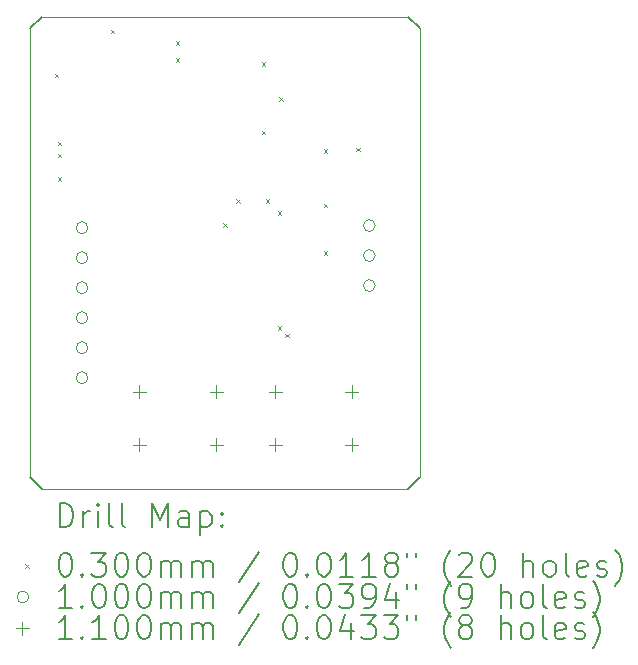
<source format=gbr>
%TF.GenerationSoftware,KiCad,Pcbnew,8.0.0*%
%TF.CreationDate,2024-05-28T16:54:52+09:00*%
%TF.ProjectId,TINY202_PROG.kicad_240516_single2_pcb,54494e59-3230-4325-9f50-524f472e6b69,rev?*%
%TF.SameCoordinates,Original*%
%TF.FileFunction,Drillmap*%
%TF.FilePolarity,Positive*%
%FSLAX45Y45*%
G04 Gerber Fmt 4.5, Leading zero omitted, Abs format (unit mm)*
G04 Created by KiCad (PCBNEW 8.0.0) date 2024-05-28 16:54:52*
%MOMM*%
%LPD*%
G01*
G04 APERTURE LIST*
%ADD10C,0.200000*%
%ADD11C,0.050000*%
%ADD12C,0.100000*%
%ADD13C,0.110000*%
G04 APERTURE END LIST*
D10*
X13200000Y-10000000D02*
X13300000Y-10100000D01*
X10000000Y-13900000D02*
X10100000Y-14000000D01*
D11*
X10100000Y-14000000D02*
X13200000Y-14000000D01*
X13300000Y-10100000D02*
X13300000Y-13900000D01*
X10100000Y-10000000D02*
X13200000Y-10000000D01*
D10*
X10000000Y-10100000D02*
X10100000Y-10000000D01*
D11*
X10000000Y-10100000D02*
X10000000Y-13900000D01*
D10*
X13300000Y-13900000D02*
X13200000Y-14000000D01*
D12*
X10210000Y-10485000D02*
X10240000Y-10515000D01*
X10240000Y-10485000D02*
X10210000Y-10515000D01*
X10235000Y-11060000D02*
X10265000Y-11090000D01*
X10265000Y-11060000D02*
X10235000Y-11090000D01*
X10235000Y-11160000D02*
X10265000Y-11190000D01*
X10265000Y-11160000D02*
X10235000Y-11190000D01*
X10235000Y-11360000D02*
X10265000Y-11390000D01*
X10265000Y-11360000D02*
X10235000Y-11390000D01*
X10685000Y-10110000D02*
X10715000Y-10140000D01*
X10715000Y-10110000D02*
X10685000Y-10140000D01*
X11235000Y-10210000D02*
X11265000Y-10240000D01*
X11265000Y-10210000D02*
X11235000Y-10240000D01*
X11235000Y-10352500D02*
X11265000Y-10382500D01*
X11265000Y-10352500D02*
X11235000Y-10382500D01*
X11635000Y-11748750D02*
X11665000Y-11778750D01*
X11665000Y-11748750D02*
X11635000Y-11778750D01*
X11745000Y-11545000D02*
X11775000Y-11575000D01*
X11775000Y-11545000D02*
X11745000Y-11575000D01*
X11960000Y-10385000D02*
X11990000Y-10415000D01*
X11990000Y-10385000D02*
X11960000Y-10415000D01*
X11960000Y-10965000D02*
X11990000Y-10995000D01*
X11990000Y-10965000D02*
X11960000Y-10995000D01*
X11995000Y-11545000D02*
X12025000Y-11575000D01*
X12025000Y-11545000D02*
X11995000Y-11575000D01*
X12097500Y-11647500D02*
X12127500Y-11677500D01*
X12127500Y-11647500D02*
X12097500Y-11677500D01*
X12097500Y-12622500D02*
X12127500Y-12652500D01*
X12127500Y-12622500D02*
X12097500Y-12652500D01*
X12110000Y-10685000D02*
X12140000Y-10715000D01*
X12140000Y-10685000D02*
X12110000Y-10715000D01*
X12160000Y-12685000D02*
X12190000Y-12715000D01*
X12190000Y-12685000D02*
X12160000Y-12715000D01*
X12485000Y-11125000D02*
X12515000Y-11155000D01*
X12515000Y-11125000D02*
X12485000Y-11155000D01*
X12485000Y-11585000D02*
X12515000Y-11615000D01*
X12515000Y-11585000D02*
X12485000Y-11615000D01*
X12485000Y-11985000D02*
X12515000Y-12015000D01*
X12515000Y-11985000D02*
X12485000Y-12015000D01*
X12760000Y-11110000D02*
X12790000Y-11140000D01*
X12790000Y-11110000D02*
X12760000Y-11140000D01*
X10490000Y-11787500D02*
G75*
G02*
X10390000Y-11787500I-50000J0D01*
G01*
X10390000Y-11787500D02*
G75*
G02*
X10490000Y-11787500I50000J0D01*
G01*
X10490000Y-12041500D02*
G75*
G02*
X10390000Y-12041500I-50000J0D01*
G01*
X10390000Y-12041500D02*
G75*
G02*
X10490000Y-12041500I50000J0D01*
G01*
X10490000Y-12295500D02*
G75*
G02*
X10390000Y-12295500I-50000J0D01*
G01*
X10390000Y-12295500D02*
G75*
G02*
X10490000Y-12295500I50000J0D01*
G01*
X10490000Y-12549500D02*
G75*
G02*
X10390000Y-12549500I-50000J0D01*
G01*
X10390000Y-12549500D02*
G75*
G02*
X10490000Y-12549500I50000J0D01*
G01*
X10490000Y-12803500D02*
G75*
G02*
X10390000Y-12803500I-50000J0D01*
G01*
X10390000Y-12803500D02*
G75*
G02*
X10490000Y-12803500I50000J0D01*
G01*
X10490000Y-13057500D02*
G75*
G02*
X10390000Y-13057500I-50000J0D01*
G01*
X10390000Y-13057500D02*
G75*
G02*
X10490000Y-13057500I50000J0D01*
G01*
X12922500Y-11769500D02*
G75*
G02*
X12822500Y-11769500I-50000J0D01*
G01*
X12822500Y-11769500D02*
G75*
G02*
X12922500Y-11769500I50000J0D01*
G01*
X12922500Y-12023500D02*
G75*
G02*
X12822500Y-12023500I-50000J0D01*
G01*
X12822500Y-12023500D02*
G75*
G02*
X12922500Y-12023500I50000J0D01*
G01*
X12922500Y-12277500D02*
G75*
G02*
X12822500Y-12277500I-50000J0D01*
G01*
X12822500Y-12277500D02*
G75*
G02*
X12922500Y-12277500I50000J0D01*
G01*
D13*
X10925000Y-13120000D02*
X10925000Y-13230000D01*
X10870000Y-13175000D02*
X10980000Y-13175000D01*
X10925000Y-13570000D02*
X10925000Y-13680000D01*
X10870000Y-13625000D02*
X10980000Y-13625000D01*
X11575000Y-13120000D02*
X11575000Y-13230000D01*
X11520000Y-13175000D02*
X11630000Y-13175000D01*
X11575000Y-13570000D02*
X11575000Y-13680000D01*
X11520000Y-13625000D02*
X11630000Y-13625000D01*
X12075000Y-13120000D02*
X12075000Y-13230000D01*
X12020000Y-13175000D02*
X12130000Y-13175000D01*
X12075000Y-13570000D02*
X12075000Y-13680000D01*
X12020000Y-13625000D02*
X12130000Y-13625000D01*
X12725000Y-13120000D02*
X12725000Y-13230000D01*
X12670000Y-13175000D02*
X12780000Y-13175000D01*
X12725000Y-13570000D02*
X12725000Y-13680000D01*
X12670000Y-13625000D02*
X12780000Y-13625000D01*
D10*
X10250777Y-14321484D02*
X10250777Y-14121484D01*
X10250777Y-14121484D02*
X10298396Y-14121484D01*
X10298396Y-14121484D02*
X10326967Y-14131008D01*
X10326967Y-14131008D02*
X10346015Y-14150055D01*
X10346015Y-14150055D02*
X10355539Y-14169103D01*
X10355539Y-14169103D02*
X10365063Y-14207198D01*
X10365063Y-14207198D02*
X10365063Y-14235769D01*
X10365063Y-14235769D02*
X10355539Y-14273865D01*
X10355539Y-14273865D02*
X10346015Y-14292912D01*
X10346015Y-14292912D02*
X10326967Y-14311960D01*
X10326967Y-14311960D02*
X10298396Y-14321484D01*
X10298396Y-14321484D02*
X10250777Y-14321484D01*
X10450777Y-14321484D02*
X10450777Y-14188150D01*
X10450777Y-14226246D02*
X10460301Y-14207198D01*
X10460301Y-14207198D02*
X10469824Y-14197674D01*
X10469824Y-14197674D02*
X10488872Y-14188150D01*
X10488872Y-14188150D02*
X10507920Y-14188150D01*
X10574586Y-14321484D02*
X10574586Y-14188150D01*
X10574586Y-14121484D02*
X10565063Y-14131008D01*
X10565063Y-14131008D02*
X10574586Y-14140531D01*
X10574586Y-14140531D02*
X10584110Y-14131008D01*
X10584110Y-14131008D02*
X10574586Y-14121484D01*
X10574586Y-14121484D02*
X10574586Y-14140531D01*
X10698396Y-14321484D02*
X10679348Y-14311960D01*
X10679348Y-14311960D02*
X10669824Y-14292912D01*
X10669824Y-14292912D02*
X10669824Y-14121484D01*
X10803158Y-14321484D02*
X10784110Y-14311960D01*
X10784110Y-14311960D02*
X10774586Y-14292912D01*
X10774586Y-14292912D02*
X10774586Y-14121484D01*
X11031729Y-14321484D02*
X11031729Y-14121484D01*
X11031729Y-14121484D02*
X11098396Y-14264341D01*
X11098396Y-14264341D02*
X11165063Y-14121484D01*
X11165063Y-14121484D02*
X11165063Y-14321484D01*
X11346015Y-14321484D02*
X11346015Y-14216722D01*
X11346015Y-14216722D02*
X11336491Y-14197674D01*
X11336491Y-14197674D02*
X11317443Y-14188150D01*
X11317443Y-14188150D02*
X11279348Y-14188150D01*
X11279348Y-14188150D02*
X11260301Y-14197674D01*
X11346015Y-14311960D02*
X11326967Y-14321484D01*
X11326967Y-14321484D02*
X11279348Y-14321484D01*
X11279348Y-14321484D02*
X11260301Y-14311960D01*
X11260301Y-14311960D02*
X11250777Y-14292912D01*
X11250777Y-14292912D02*
X11250777Y-14273865D01*
X11250777Y-14273865D02*
X11260301Y-14254817D01*
X11260301Y-14254817D02*
X11279348Y-14245293D01*
X11279348Y-14245293D02*
X11326967Y-14245293D01*
X11326967Y-14245293D02*
X11346015Y-14235769D01*
X11441253Y-14188150D02*
X11441253Y-14388150D01*
X11441253Y-14197674D02*
X11460301Y-14188150D01*
X11460301Y-14188150D02*
X11498396Y-14188150D01*
X11498396Y-14188150D02*
X11517443Y-14197674D01*
X11517443Y-14197674D02*
X11526967Y-14207198D01*
X11526967Y-14207198D02*
X11536491Y-14226246D01*
X11536491Y-14226246D02*
X11536491Y-14283388D01*
X11536491Y-14283388D02*
X11526967Y-14302436D01*
X11526967Y-14302436D02*
X11517443Y-14311960D01*
X11517443Y-14311960D02*
X11498396Y-14321484D01*
X11498396Y-14321484D02*
X11460301Y-14321484D01*
X11460301Y-14321484D02*
X11441253Y-14311960D01*
X11622205Y-14302436D02*
X11631729Y-14311960D01*
X11631729Y-14311960D02*
X11622205Y-14321484D01*
X11622205Y-14321484D02*
X11612682Y-14311960D01*
X11612682Y-14311960D02*
X11622205Y-14302436D01*
X11622205Y-14302436D02*
X11622205Y-14321484D01*
X11622205Y-14197674D02*
X11631729Y-14207198D01*
X11631729Y-14207198D02*
X11622205Y-14216722D01*
X11622205Y-14216722D02*
X11612682Y-14207198D01*
X11612682Y-14207198D02*
X11622205Y-14197674D01*
X11622205Y-14197674D02*
X11622205Y-14216722D01*
D12*
X9960000Y-14635000D02*
X9990000Y-14665000D01*
X9990000Y-14635000D02*
X9960000Y-14665000D01*
D10*
X10288872Y-14541484D02*
X10307920Y-14541484D01*
X10307920Y-14541484D02*
X10326967Y-14551008D01*
X10326967Y-14551008D02*
X10336491Y-14560531D01*
X10336491Y-14560531D02*
X10346015Y-14579579D01*
X10346015Y-14579579D02*
X10355539Y-14617674D01*
X10355539Y-14617674D02*
X10355539Y-14665293D01*
X10355539Y-14665293D02*
X10346015Y-14703388D01*
X10346015Y-14703388D02*
X10336491Y-14722436D01*
X10336491Y-14722436D02*
X10326967Y-14731960D01*
X10326967Y-14731960D02*
X10307920Y-14741484D01*
X10307920Y-14741484D02*
X10288872Y-14741484D01*
X10288872Y-14741484D02*
X10269824Y-14731960D01*
X10269824Y-14731960D02*
X10260301Y-14722436D01*
X10260301Y-14722436D02*
X10250777Y-14703388D01*
X10250777Y-14703388D02*
X10241253Y-14665293D01*
X10241253Y-14665293D02*
X10241253Y-14617674D01*
X10241253Y-14617674D02*
X10250777Y-14579579D01*
X10250777Y-14579579D02*
X10260301Y-14560531D01*
X10260301Y-14560531D02*
X10269824Y-14551008D01*
X10269824Y-14551008D02*
X10288872Y-14541484D01*
X10441253Y-14722436D02*
X10450777Y-14731960D01*
X10450777Y-14731960D02*
X10441253Y-14741484D01*
X10441253Y-14741484D02*
X10431729Y-14731960D01*
X10431729Y-14731960D02*
X10441253Y-14722436D01*
X10441253Y-14722436D02*
X10441253Y-14741484D01*
X10517444Y-14541484D02*
X10641253Y-14541484D01*
X10641253Y-14541484D02*
X10574586Y-14617674D01*
X10574586Y-14617674D02*
X10603158Y-14617674D01*
X10603158Y-14617674D02*
X10622205Y-14627198D01*
X10622205Y-14627198D02*
X10631729Y-14636722D01*
X10631729Y-14636722D02*
X10641253Y-14655769D01*
X10641253Y-14655769D02*
X10641253Y-14703388D01*
X10641253Y-14703388D02*
X10631729Y-14722436D01*
X10631729Y-14722436D02*
X10622205Y-14731960D01*
X10622205Y-14731960D02*
X10603158Y-14741484D01*
X10603158Y-14741484D02*
X10546015Y-14741484D01*
X10546015Y-14741484D02*
X10526967Y-14731960D01*
X10526967Y-14731960D02*
X10517444Y-14722436D01*
X10765063Y-14541484D02*
X10784110Y-14541484D01*
X10784110Y-14541484D02*
X10803158Y-14551008D01*
X10803158Y-14551008D02*
X10812682Y-14560531D01*
X10812682Y-14560531D02*
X10822205Y-14579579D01*
X10822205Y-14579579D02*
X10831729Y-14617674D01*
X10831729Y-14617674D02*
X10831729Y-14665293D01*
X10831729Y-14665293D02*
X10822205Y-14703388D01*
X10822205Y-14703388D02*
X10812682Y-14722436D01*
X10812682Y-14722436D02*
X10803158Y-14731960D01*
X10803158Y-14731960D02*
X10784110Y-14741484D01*
X10784110Y-14741484D02*
X10765063Y-14741484D01*
X10765063Y-14741484D02*
X10746015Y-14731960D01*
X10746015Y-14731960D02*
X10736491Y-14722436D01*
X10736491Y-14722436D02*
X10726967Y-14703388D01*
X10726967Y-14703388D02*
X10717444Y-14665293D01*
X10717444Y-14665293D02*
X10717444Y-14617674D01*
X10717444Y-14617674D02*
X10726967Y-14579579D01*
X10726967Y-14579579D02*
X10736491Y-14560531D01*
X10736491Y-14560531D02*
X10746015Y-14551008D01*
X10746015Y-14551008D02*
X10765063Y-14541484D01*
X10955539Y-14541484D02*
X10974586Y-14541484D01*
X10974586Y-14541484D02*
X10993634Y-14551008D01*
X10993634Y-14551008D02*
X11003158Y-14560531D01*
X11003158Y-14560531D02*
X11012682Y-14579579D01*
X11012682Y-14579579D02*
X11022205Y-14617674D01*
X11022205Y-14617674D02*
X11022205Y-14665293D01*
X11022205Y-14665293D02*
X11012682Y-14703388D01*
X11012682Y-14703388D02*
X11003158Y-14722436D01*
X11003158Y-14722436D02*
X10993634Y-14731960D01*
X10993634Y-14731960D02*
X10974586Y-14741484D01*
X10974586Y-14741484D02*
X10955539Y-14741484D01*
X10955539Y-14741484D02*
X10936491Y-14731960D01*
X10936491Y-14731960D02*
X10926967Y-14722436D01*
X10926967Y-14722436D02*
X10917444Y-14703388D01*
X10917444Y-14703388D02*
X10907920Y-14665293D01*
X10907920Y-14665293D02*
X10907920Y-14617674D01*
X10907920Y-14617674D02*
X10917444Y-14579579D01*
X10917444Y-14579579D02*
X10926967Y-14560531D01*
X10926967Y-14560531D02*
X10936491Y-14551008D01*
X10936491Y-14551008D02*
X10955539Y-14541484D01*
X11107920Y-14741484D02*
X11107920Y-14608150D01*
X11107920Y-14627198D02*
X11117444Y-14617674D01*
X11117444Y-14617674D02*
X11136491Y-14608150D01*
X11136491Y-14608150D02*
X11165063Y-14608150D01*
X11165063Y-14608150D02*
X11184110Y-14617674D01*
X11184110Y-14617674D02*
X11193634Y-14636722D01*
X11193634Y-14636722D02*
X11193634Y-14741484D01*
X11193634Y-14636722D02*
X11203158Y-14617674D01*
X11203158Y-14617674D02*
X11222205Y-14608150D01*
X11222205Y-14608150D02*
X11250777Y-14608150D01*
X11250777Y-14608150D02*
X11269824Y-14617674D01*
X11269824Y-14617674D02*
X11279348Y-14636722D01*
X11279348Y-14636722D02*
X11279348Y-14741484D01*
X11374586Y-14741484D02*
X11374586Y-14608150D01*
X11374586Y-14627198D02*
X11384110Y-14617674D01*
X11384110Y-14617674D02*
X11403158Y-14608150D01*
X11403158Y-14608150D02*
X11431729Y-14608150D01*
X11431729Y-14608150D02*
X11450777Y-14617674D01*
X11450777Y-14617674D02*
X11460301Y-14636722D01*
X11460301Y-14636722D02*
X11460301Y-14741484D01*
X11460301Y-14636722D02*
X11469824Y-14617674D01*
X11469824Y-14617674D02*
X11488872Y-14608150D01*
X11488872Y-14608150D02*
X11517443Y-14608150D01*
X11517443Y-14608150D02*
X11536491Y-14617674D01*
X11536491Y-14617674D02*
X11546015Y-14636722D01*
X11546015Y-14636722D02*
X11546015Y-14741484D01*
X11936491Y-14531960D02*
X11765063Y-14789103D01*
X12193634Y-14541484D02*
X12212682Y-14541484D01*
X12212682Y-14541484D02*
X12231729Y-14551008D01*
X12231729Y-14551008D02*
X12241253Y-14560531D01*
X12241253Y-14560531D02*
X12250777Y-14579579D01*
X12250777Y-14579579D02*
X12260301Y-14617674D01*
X12260301Y-14617674D02*
X12260301Y-14665293D01*
X12260301Y-14665293D02*
X12250777Y-14703388D01*
X12250777Y-14703388D02*
X12241253Y-14722436D01*
X12241253Y-14722436D02*
X12231729Y-14731960D01*
X12231729Y-14731960D02*
X12212682Y-14741484D01*
X12212682Y-14741484D02*
X12193634Y-14741484D01*
X12193634Y-14741484D02*
X12174586Y-14731960D01*
X12174586Y-14731960D02*
X12165063Y-14722436D01*
X12165063Y-14722436D02*
X12155539Y-14703388D01*
X12155539Y-14703388D02*
X12146015Y-14665293D01*
X12146015Y-14665293D02*
X12146015Y-14617674D01*
X12146015Y-14617674D02*
X12155539Y-14579579D01*
X12155539Y-14579579D02*
X12165063Y-14560531D01*
X12165063Y-14560531D02*
X12174586Y-14551008D01*
X12174586Y-14551008D02*
X12193634Y-14541484D01*
X12346015Y-14722436D02*
X12355539Y-14731960D01*
X12355539Y-14731960D02*
X12346015Y-14741484D01*
X12346015Y-14741484D02*
X12336491Y-14731960D01*
X12336491Y-14731960D02*
X12346015Y-14722436D01*
X12346015Y-14722436D02*
X12346015Y-14741484D01*
X12479348Y-14541484D02*
X12498396Y-14541484D01*
X12498396Y-14541484D02*
X12517444Y-14551008D01*
X12517444Y-14551008D02*
X12526967Y-14560531D01*
X12526967Y-14560531D02*
X12536491Y-14579579D01*
X12536491Y-14579579D02*
X12546015Y-14617674D01*
X12546015Y-14617674D02*
X12546015Y-14665293D01*
X12546015Y-14665293D02*
X12536491Y-14703388D01*
X12536491Y-14703388D02*
X12526967Y-14722436D01*
X12526967Y-14722436D02*
X12517444Y-14731960D01*
X12517444Y-14731960D02*
X12498396Y-14741484D01*
X12498396Y-14741484D02*
X12479348Y-14741484D01*
X12479348Y-14741484D02*
X12460301Y-14731960D01*
X12460301Y-14731960D02*
X12450777Y-14722436D01*
X12450777Y-14722436D02*
X12441253Y-14703388D01*
X12441253Y-14703388D02*
X12431729Y-14665293D01*
X12431729Y-14665293D02*
X12431729Y-14617674D01*
X12431729Y-14617674D02*
X12441253Y-14579579D01*
X12441253Y-14579579D02*
X12450777Y-14560531D01*
X12450777Y-14560531D02*
X12460301Y-14551008D01*
X12460301Y-14551008D02*
X12479348Y-14541484D01*
X12736491Y-14741484D02*
X12622206Y-14741484D01*
X12679348Y-14741484D02*
X12679348Y-14541484D01*
X12679348Y-14541484D02*
X12660301Y-14570055D01*
X12660301Y-14570055D02*
X12641253Y-14589103D01*
X12641253Y-14589103D02*
X12622206Y-14598627D01*
X12926967Y-14741484D02*
X12812682Y-14741484D01*
X12869825Y-14741484D02*
X12869825Y-14541484D01*
X12869825Y-14541484D02*
X12850777Y-14570055D01*
X12850777Y-14570055D02*
X12831729Y-14589103D01*
X12831729Y-14589103D02*
X12812682Y-14598627D01*
X13041253Y-14627198D02*
X13022206Y-14617674D01*
X13022206Y-14617674D02*
X13012682Y-14608150D01*
X13012682Y-14608150D02*
X13003158Y-14589103D01*
X13003158Y-14589103D02*
X13003158Y-14579579D01*
X13003158Y-14579579D02*
X13012682Y-14560531D01*
X13012682Y-14560531D02*
X13022206Y-14551008D01*
X13022206Y-14551008D02*
X13041253Y-14541484D01*
X13041253Y-14541484D02*
X13079348Y-14541484D01*
X13079348Y-14541484D02*
X13098396Y-14551008D01*
X13098396Y-14551008D02*
X13107920Y-14560531D01*
X13107920Y-14560531D02*
X13117444Y-14579579D01*
X13117444Y-14579579D02*
X13117444Y-14589103D01*
X13117444Y-14589103D02*
X13107920Y-14608150D01*
X13107920Y-14608150D02*
X13098396Y-14617674D01*
X13098396Y-14617674D02*
X13079348Y-14627198D01*
X13079348Y-14627198D02*
X13041253Y-14627198D01*
X13041253Y-14627198D02*
X13022206Y-14636722D01*
X13022206Y-14636722D02*
X13012682Y-14646246D01*
X13012682Y-14646246D02*
X13003158Y-14665293D01*
X13003158Y-14665293D02*
X13003158Y-14703388D01*
X13003158Y-14703388D02*
X13012682Y-14722436D01*
X13012682Y-14722436D02*
X13022206Y-14731960D01*
X13022206Y-14731960D02*
X13041253Y-14741484D01*
X13041253Y-14741484D02*
X13079348Y-14741484D01*
X13079348Y-14741484D02*
X13098396Y-14731960D01*
X13098396Y-14731960D02*
X13107920Y-14722436D01*
X13107920Y-14722436D02*
X13117444Y-14703388D01*
X13117444Y-14703388D02*
X13117444Y-14665293D01*
X13117444Y-14665293D02*
X13107920Y-14646246D01*
X13107920Y-14646246D02*
X13098396Y-14636722D01*
X13098396Y-14636722D02*
X13079348Y-14627198D01*
X13193634Y-14541484D02*
X13193634Y-14579579D01*
X13269825Y-14541484D02*
X13269825Y-14579579D01*
X13565063Y-14817674D02*
X13555539Y-14808150D01*
X13555539Y-14808150D02*
X13536491Y-14779579D01*
X13536491Y-14779579D02*
X13526968Y-14760531D01*
X13526968Y-14760531D02*
X13517444Y-14731960D01*
X13517444Y-14731960D02*
X13507920Y-14684341D01*
X13507920Y-14684341D02*
X13507920Y-14646246D01*
X13507920Y-14646246D02*
X13517444Y-14598627D01*
X13517444Y-14598627D02*
X13526968Y-14570055D01*
X13526968Y-14570055D02*
X13536491Y-14551008D01*
X13536491Y-14551008D02*
X13555539Y-14522436D01*
X13555539Y-14522436D02*
X13565063Y-14512912D01*
X13631729Y-14560531D02*
X13641253Y-14551008D01*
X13641253Y-14551008D02*
X13660301Y-14541484D01*
X13660301Y-14541484D02*
X13707920Y-14541484D01*
X13707920Y-14541484D02*
X13726968Y-14551008D01*
X13726968Y-14551008D02*
X13736491Y-14560531D01*
X13736491Y-14560531D02*
X13746015Y-14579579D01*
X13746015Y-14579579D02*
X13746015Y-14598627D01*
X13746015Y-14598627D02*
X13736491Y-14627198D01*
X13736491Y-14627198D02*
X13622206Y-14741484D01*
X13622206Y-14741484D02*
X13746015Y-14741484D01*
X13869825Y-14541484D02*
X13888872Y-14541484D01*
X13888872Y-14541484D02*
X13907920Y-14551008D01*
X13907920Y-14551008D02*
X13917444Y-14560531D01*
X13917444Y-14560531D02*
X13926968Y-14579579D01*
X13926968Y-14579579D02*
X13936491Y-14617674D01*
X13936491Y-14617674D02*
X13936491Y-14665293D01*
X13936491Y-14665293D02*
X13926968Y-14703388D01*
X13926968Y-14703388D02*
X13917444Y-14722436D01*
X13917444Y-14722436D02*
X13907920Y-14731960D01*
X13907920Y-14731960D02*
X13888872Y-14741484D01*
X13888872Y-14741484D02*
X13869825Y-14741484D01*
X13869825Y-14741484D02*
X13850777Y-14731960D01*
X13850777Y-14731960D02*
X13841253Y-14722436D01*
X13841253Y-14722436D02*
X13831729Y-14703388D01*
X13831729Y-14703388D02*
X13822206Y-14665293D01*
X13822206Y-14665293D02*
X13822206Y-14617674D01*
X13822206Y-14617674D02*
X13831729Y-14579579D01*
X13831729Y-14579579D02*
X13841253Y-14560531D01*
X13841253Y-14560531D02*
X13850777Y-14551008D01*
X13850777Y-14551008D02*
X13869825Y-14541484D01*
X14174587Y-14741484D02*
X14174587Y-14541484D01*
X14260301Y-14741484D02*
X14260301Y-14636722D01*
X14260301Y-14636722D02*
X14250777Y-14617674D01*
X14250777Y-14617674D02*
X14231730Y-14608150D01*
X14231730Y-14608150D02*
X14203158Y-14608150D01*
X14203158Y-14608150D02*
X14184110Y-14617674D01*
X14184110Y-14617674D02*
X14174587Y-14627198D01*
X14384110Y-14741484D02*
X14365063Y-14731960D01*
X14365063Y-14731960D02*
X14355539Y-14722436D01*
X14355539Y-14722436D02*
X14346015Y-14703388D01*
X14346015Y-14703388D02*
X14346015Y-14646246D01*
X14346015Y-14646246D02*
X14355539Y-14627198D01*
X14355539Y-14627198D02*
X14365063Y-14617674D01*
X14365063Y-14617674D02*
X14384110Y-14608150D01*
X14384110Y-14608150D02*
X14412682Y-14608150D01*
X14412682Y-14608150D02*
X14431730Y-14617674D01*
X14431730Y-14617674D02*
X14441253Y-14627198D01*
X14441253Y-14627198D02*
X14450777Y-14646246D01*
X14450777Y-14646246D02*
X14450777Y-14703388D01*
X14450777Y-14703388D02*
X14441253Y-14722436D01*
X14441253Y-14722436D02*
X14431730Y-14731960D01*
X14431730Y-14731960D02*
X14412682Y-14741484D01*
X14412682Y-14741484D02*
X14384110Y-14741484D01*
X14565063Y-14741484D02*
X14546015Y-14731960D01*
X14546015Y-14731960D02*
X14536491Y-14712912D01*
X14536491Y-14712912D02*
X14536491Y-14541484D01*
X14717444Y-14731960D02*
X14698396Y-14741484D01*
X14698396Y-14741484D02*
X14660301Y-14741484D01*
X14660301Y-14741484D02*
X14641253Y-14731960D01*
X14641253Y-14731960D02*
X14631730Y-14712912D01*
X14631730Y-14712912D02*
X14631730Y-14636722D01*
X14631730Y-14636722D02*
X14641253Y-14617674D01*
X14641253Y-14617674D02*
X14660301Y-14608150D01*
X14660301Y-14608150D02*
X14698396Y-14608150D01*
X14698396Y-14608150D02*
X14717444Y-14617674D01*
X14717444Y-14617674D02*
X14726968Y-14636722D01*
X14726968Y-14636722D02*
X14726968Y-14655769D01*
X14726968Y-14655769D02*
X14631730Y-14674817D01*
X14803158Y-14731960D02*
X14822206Y-14741484D01*
X14822206Y-14741484D02*
X14860301Y-14741484D01*
X14860301Y-14741484D02*
X14879349Y-14731960D01*
X14879349Y-14731960D02*
X14888872Y-14712912D01*
X14888872Y-14712912D02*
X14888872Y-14703388D01*
X14888872Y-14703388D02*
X14879349Y-14684341D01*
X14879349Y-14684341D02*
X14860301Y-14674817D01*
X14860301Y-14674817D02*
X14831730Y-14674817D01*
X14831730Y-14674817D02*
X14812682Y-14665293D01*
X14812682Y-14665293D02*
X14803158Y-14646246D01*
X14803158Y-14646246D02*
X14803158Y-14636722D01*
X14803158Y-14636722D02*
X14812682Y-14617674D01*
X14812682Y-14617674D02*
X14831730Y-14608150D01*
X14831730Y-14608150D02*
X14860301Y-14608150D01*
X14860301Y-14608150D02*
X14879349Y-14617674D01*
X14955539Y-14817674D02*
X14965063Y-14808150D01*
X14965063Y-14808150D02*
X14984111Y-14779579D01*
X14984111Y-14779579D02*
X14993634Y-14760531D01*
X14993634Y-14760531D02*
X15003158Y-14731960D01*
X15003158Y-14731960D02*
X15012682Y-14684341D01*
X15012682Y-14684341D02*
X15012682Y-14646246D01*
X15012682Y-14646246D02*
X15003158Y-14598627D01*
X15003158Y-14598627D02*
X14993634Y-14570055D01*
X14993634Y-14570055D02*
X14984111Y-14551008D01*
X14984111Y-14551008D02*
X14965063Y-14522436D01*
X14965063Y-14522436D02*
X14955539Y-14512912D01*
D12*
X9990000Y-14914000D02*
G75*
G02*
X9890000Y-14914000I-50000J0D01*
G01*
X9890000Y-14914000D02*
G75*
G02*
X9990000Y-14914000I50000J0D01*
G01*
D10*
X10355539Y-15005484D02*
X10241253Y-15005484D01*
X10298396Y-15005484D02*
X10298396Y-14805484D01*
X10298396Y-14805484D02*
X10279348Y-14834055D01*
X10279348Y-14834055D02*
X10260301Y-14853103D01*
X10260301Y-14853103D02*
X10241253Y-14862627D01*
X10441253Y-14986436D02*
X10450777Y-14995960D01*
X10450777Y-14995960D02*
X10441253Y-15005484D01*
X10441253Y-15005484D02*
X10431729Y-14995960D01*
X10431729Y-14995960D02*
X10441253Y-14986436D01*
X10441253Y-14986436D02*
X10441253Y-15005484D01*
X10574586Y-14805484D02*
X10593634Y-14805484D01*
X10593634Y-14805484D02*
X10612682Y-14815008D01*
X10612682Y-14815008D02*
X10622205Y-14824531D01*
X10622205Y-14824531D02*
X10631729Y-14843579D01*
X10631729Y-14843579D02*
X10641253Y-14881674D01*
X10641253Y-14881674D02*
X10641253Y-14929293D01*
X10641253Y-14929293D02*
X10631729Y-14967388D01*
X10631729Y-14967388D02*
X10622205Y-14986436D01*
X10622205Y-14986436D02*
X10612682Y-14995960D01*
X10612682Y-14995960D02*
X10593634Y-15005484D01*
X10593634Y-15005484D02*
X10574586Y-15005484D01*
X10574586Y-15005484D02*
X10555539Y-14995960D01*
X10555539Y-14995960D02*
X10546015Y-14986436D01*
X10546015Y-14986436D02*
X10536491Y-14967388D01*
X10536491Y-14967388D02*
X10526967Y-14929293D01*
X10526967Y-14929293D02*
X10526967Y-14881674D01*
X10526967Y-14881674D02*
X10536491Y-14843579D01*
X10536491Y-14843579D02*
X10546015Y-14824531D01*
X10546015Y-14824531D02*
X10555539Y-14815008D01*
X10555539Y-14815008D02*
X10574586Y-14805484D01*
X10765063Y-14805484D02*
X10784110Y-14805484D01*
X10784110Y-14805484D02*
X10803158Y-14815008D01*
X10803158Y-14815008D02*
X10812682Y-14824531D01*
X10812682Y-14824531D02*
X10822205Y-14843579D01*
X10822205Y-14843579D02*
X10831729Y-14881674D01*
X10831729Y-14881674D02*
X10831729Y-14929293D01*
X10831729Y-14929293D02*
X10822205Y-14967388D01*
X10822205Y-14967388D02*
X10812682Y-14986436D01*
X10812682Y-14986436D02*
X10803158Y-14995960D01*
X10803158Y-14995960D02*
X10784110Y-15005484D01*
X10784110Y-15005484D02*
X10765063Y-15005484D01*
X10765063Y-15005484D02*
X10746015Y-14995960D01*
X10746015Y-14995960D02*
X10736491Y-14986436D01*
X10736491Y-14986436D02*
X10726967Y-14967388D01*
X10726967Y-14967388D02*
X10717444Y-14929293D01*
X10717444Y-14929293D02*
X10717444Y-14881674D01*
X10717444Y-14881674D02*
X10726967Y-14843579D01*
X10726967Y-14843579D02*
X10736491Y-14824531D01*
X10736491Y-14824531D02*
X10746015Y-14815008D01*
X10746015Y-14815008D02*
X10765063Y-14805484D01*
X10955539Y-14805484D02*
X10974586Y-14805484D01*
X10974586Y-14805484D02*
X10993634Y-14815008D01*
X10993634Y-14815008D02*
X11003158Y-14824531D01*
X11003158Y-14824531D02*
X11012682Y-14843579D01*
X11012682Y-14843579D02*
X11022205Y-14881674D01*
X11022205Y-14881674D02*
X11022205Y-14929293D01*
X11022205Y-14929293D02*
X11012682Y-14967388D01*
X11012682Y-14967388D02*
X11003158Y-14986436D01*
X11003158Y-14986436D02*
X10993634Y-14995960D01*
X10993634Y-14995960D02*
X10974586Y-15005484D01*
X10974586Y-15005484D02*
X10955539Y-15005484D01*
X10955539Y-15005484D02*
X10936491Y-14995960D01*
X10936491Y-14995960D02*
X10926967Y-14986436D01*
X10926967Y-14986436D02*
X10917444Y-14967388D01*
X10917444Y-14967388D02*
X10907920Y-14929293D01*
X10907920Y-14929293D02*
X10907920Y-14881674D01*
X10907920Y-14881674D02*
X10917444Y-14843579D01*
X10917444Y-14843579D02*
X10926967Y-14824531D01*
X10926967Y-14824531D02*
X10936491Y-14815008D01*
X10936491Y-14815008D02*
X10955539Y-14805484D01*
X11107920Y-15005484D02*
X11107920Y-14872150D01*
X11107920Y-14891198D02*
X11117444Y-14881674D01*
X11117444Y-14881674D02*
X11136491Y-14872150D01*
X11136491Y-14872150D02*
X11165063Y-14872150D01*
X11165063Y-14872150D02*
X11184110Y-14881674D01*
X11184110Y-14881674D02*
X11193634Y-14900722D01*
X11193634Y-14900722D02*
X11193634Y-15005484D01*
X11193634Y-14900722D02*
X11203158Y-14881674D01*
X11203158Y-14881674D02*
X11222205Y-14872150D01*
X11222205Y-14872150D02*
X11250777Y-14872150D01*
X11250777Y-14872150D02*
X11269824Y-14881674D01*
X11269824Y-14881674D02*
X11279348Y-14900722D01*
X11279348Y-14900722D02*
X11279348Y-15005484D01*
X11374586Y-15005484D02*
X11374586Y-14872150D01*
X11374586Y-14891198D02*
X11384110Y-14881674D01*
X11384110Y-14881674D02*
X11403158Y-14872150D01*
X11403158Y-14872150D02*
X11431729Y-14872150D01*
X11431729Y-14872150D02*
X11450777Y-14881674D01*
X11450777Y-14881674D02*
X11460301Y-14900722D01*
X11460301Y-14900722D02*
X11460301Y-15005484D01*
X11460301Y-14900722D02*
X11469824Y-14881674D01*
X11469824Y-14881674D02*
X11488872Y-14872150D01*
X11488872Y-14872150D02*
X11517443Y-14872150D01*
X11517443Y-14872150D02*
X11536491Y-14881674D01*
X11536491Y-14881674D02*
X11546015Y-14900722D01*
X11546015Y-14900722D02*
X11546015Y-15005484D01*
X11936491Y-14795960D02*
X11765063Y-15053103D01*
X12193634Y-14805484D02*
X12212682Y-14805484D01*
X12212682Y-14805484D02*
X12231729Y-14815008D01*
X12231729Y-14815008D02*
X12241253Y-14824531D01*
X12241253Y-14824531D02*
X12250777Y-14843579D01*
X12250777Y-14843579D02*
X12260301Y-14881674D01*
X12260301Y-14881674D02*
X12260301Y-14929293D01*
X12260301Y-14929293D02*
X12250777Y-14967388D01*
X12250777Y-14967388D02*
X12241253Y-14986436D01*
X12241253Y-14986436D02*
X12231729Y-14995960D01*
X12231729Y-14995960D02*
X12212682Y-15005484D01*
X12212682Y-15005484D02*
X12193634Y-15005484D01*
X12193634Y-15005484D02*
X12174586Y-14995960D01*
X12174586Y-14995960D02*
X12165063Y-14986436D01*
X12165063Y-14986436D02*
X12155539Y-14967388D01*
X12155539Y-14967388D02*
X12146015Y-14929293D01*
X12146015Y-14929293D02*
X12146015Y-14881674D01*
X12146015Y-14881674D02*
X12155539Y-14843579D01*
X12155539Y-14843579D02*
X12165063Y-14824531D01*
X12165063Y-14824531D02*
X12174586Y-14815008D01*
X12174586Y-14815008D02*
X12193634Y-14805484D01*
X12346015Y-14986436D02*
X12355539Y-14995960D01*
X12355539Y-14995960D02*
X12346015Y-15005484D01*
X12346015Y-15005484D02*
X12336491Y-14995960D01*
X12336491Y-14995960D02*
X12346015Y-14986436D01*
X12346015Y-14986436D02*
X12346015Y-15005484D01*
X12479348Y-14805484D02*
X12498396Y-14805484D01*
X12498396Y-14805484D02*
X12517444Y-14815008D01*
X12517444Y-14815008D02*
X12526967Y-14824531D01*
X12526967Y-14824531D02*
X12536491Y-14843579D01*
X12536491Y-14843579D02*
X12546015Y-14881674D01*
X12546015Y-14881674D02*
X12546015Y-14929293D01*
X12546015Y-14929293D02*
X12536491Y-14967388D01*
X12536491Y-14967388D02*
X12526967Y-14986436D01*
X12526967Y-14986436D02*
X12517444Y-14995960D01*
X12517444Y-14995960D02*
X12498396Y-15005484D01*
X12498396Y-15005484D02*
X12479348Y-15005484D01*
X12479348Y-15005484D02*
X12460301Y-14995960D01*
X12460301Y-14995960D02*
X12450777Y-14986436D01*
X12450777Y-14986436D02*
X12441253Y-14967388D01*
X12441253Y-14967388D02*
X12431729Y-14929293D01*
X12431729Y-14929293D02*
X12431729Y-14881674D01*
X12431729Y-14881674D02*
X12441253Y-14843579D01*
X12441253Y-14843579D02*
X12450777Y-14824531D01*
X12450777Y-14824531D02*
X12460301Y-14815008D01*
X12460301Y-14815008D02*
X12479348Y-14805484D01*
X12612682Y-14805484D02*
X12736491Y-14805484D01*
X12736491Y-14805484D02*
X12669825Y-14881674D01*
X12669825Y-14881674D02*
X12698396Y-14881674D01*
X12698396Y-14881674D02*
X12717444Y-14891198D01*
X12717444Y-14891198D02*
X12726967Y-14900722D01*
X12726967Y-14900722D02*
X12736491Y-14919769D01*
X12736491Y-14919769D02*
X12736491Y-14967388D01*
X12736491Y-14967388D02*
X12726967Y-14986436D01*
X12726967Y-14986436D02*
X12717444Y-14995960D01*
X12717444Y-14995960D02*
X12698396Y-15005484D01*
X12698396Y-15005484D02*
X12641253Y-15005484D01*
X12641253Y-15005484D02*
X12622206Y-14995960D01*
X12622206Y-14995960D02*
X12612682Y-14986436D01*
X12831729Y-15005484D02*
X12869825Y-15005484D01*
X12869825Y-15005484D02*
X12888872Y-14995960D01*
X12888872Y-14995960D02*
X12898396Y-14986436D01*
X12898396Y-14986436D02*
X12917444Y-14957865D01*
X12917444Y-14957865D02*
X12926967Y-14919769D01*
X12926967Y-14919769D02*
X12926967Y-14843579D01*
X12926967Y-14843579D02*
X12917444Y-14824531D01*
X12917444Y-14824531D02*
X12907920Y-14815008D01*
X12907920Y-14815008D02*
X12888872Y-14805484D01*
X12888872Y-14805484D02*
X12850777Y-14805484D01*
X12850777Y-14805484D02*
X12831729Y-14815008D01*
X12831729Y-14815008D02*
X12822206Y-14824531D01*
X12822206Y-14824531D02*
X12812682Y-14843579D01*
X12812682Y-14843579D02*
X12812682Y-14891198D01*
X12812682Y-14891198D02*
X12822206Y-14910246D01*
X12822206Y-14910246D02*
X12831729Y-14919769D01*
X12831729Y-14919769D02*
X12850777Y-14929293D01*
X12850777Y-14929293D02*
X12888872Y-14929293D01*
X12888872Y-14929293D02*
X12907920Y-14919769D01*
X12907920Y-14919769D02*
X12917444Y-14910246D01*
X12917444Y-14910246D02*
X12926967Y-14891198D01*
X13098396Y-14872150D02*
X13098396Y-15005484D01*
X13050777Y-14795960D02*
X13003158Y-14938817D01*
X13003158Y-14938817D02*
X13126967Y-14938817D01*
X13193634Y-14805484D02*
X13193634Y-14843579D01*
X13269825Y-14805484D02*
X13269825Y-14843579D01*
X13565063Y-15081674D02*
X13555539Y-15072150D01*
X13555539Y-15072150D02*
X13536491Y-15043579D01*
X13536491Y-15043579D02*
X13526968Y-15024531D01*
X13526968Y-15024531D02*
X13517444Y-14995960D01*
X13517444Y-14995960D02*
X13507920Y-14948341D01*
X13507920Y-14948341D02*
X13507920Y-14910246D01*
X13507920Y-14910246D02*
X13517444Y-14862627D01*
X13517444Y-14862627D02*
X13526968Y-14834055D01*
X13526968Y-14834055D02*
X13536491Y-14815008D01*
X13536491Y-14815008D02*
X13555539Y-14786436D01*
X13555539Y-14786436D02*
X13565063Y-14776912D01*
X13650777Y-15005484D02*
X13688872Y-15005484D01*
X13688872Y-15005484D02*
X13707920Y-14995960D01*
X13707920Y-14995960D02*
X13717444Y-14986436D01*
X13717444Y-14986436D02*
X13736491Y-14957865D01*
X13736491Y-14957865D02*
X13746015Y-14919769D01*
X13746015Y-14919769D02*
X13746015Y-14843579D01*
X13746015Y-14843579D02*
X13736491Y-14824531D01*
X13736491Y-14824531D02*
X13726968Y-14815008D01*
X13726968Y-14815008D02*
X13707920Y-14805484D01*
X13707920Y-14805484D02*
X13669825Y-14805484D01*
X13669825Y-14805484D02*
X13650777Y-14815008D01*
X13650777Y-14815008D02*
X13641253Y-14824531D01*
X13641253Y-14824531D02*
X13631729Y-14843579D01*
X13631729Y-14843579D02*
X13631729Y-14891198D01*
X13631729Y-14891198D02*
X13641253Y-14910246D01*
X13641253Y-14910246D02*
X13650777Y-14919769D01*
X13650777Y-14919769D02*
X13669825Y-14929293D01*
X13669825Y-14929293D02*
X13707920Y-14929293D01*
X13707920Y-14929293D02*
X13726968Y-14919769D01*
X13726968Y-14919769D02*
X13736491Y-14910246D01*
X13736491Y-14910246D02*
X13746015Y-14891198D01*
X13984110Y-15005484D02*
X13984110Y-14805484D01*
X14069825Y-15005484D02*
X14069825Y-14900722D01*
X14069825Y-14900722D02*
X14060301Y-14881674D01*
X14060301Y-14881674D02*
X14041253Y-14872150D01*
X14041253Y-14872150D02*
X14012682Y-14872150D01*
X14012682Y-14872150D02*
X13993634Y-14881674D01*
X13993634Y-14881674D02*
X13984110Y-14891198D01*
X14193634Y-15005484D02*
X14174587Y-14995960D01*
X14174587Y-14995960D02*
X14165063Y-14986436D01*
X14165063Y-14986436D02*
X14155539Y-14967388D01*
X14155539Y-14967388D02*
X14155539Y-14910246D01*
X14155539Y-14910246D02*
X14165063Y-14891198D01*
X14165063Y-14891198D02*
X14174587Y-14881674D01*
X14174587Y-14881674D02*
X14193634Y-14872150D01*
X14193634Y-14872150D02*
X14222206Y-14872150D01*
X14222206Y-14872150D02*
X14241253Y-14881674D01*
X14241253Y-14881674D02*
X14250777Y-14891198D01*
X14250777Y-14891198D02*
X14260301Y-14910246D01*
X14260301Y-14910246D02*
X14260301Y-14967388D01*
X14260301Y-14967388D02*
X14250777Y-14986436D01*
X14250777Y-14986436D02*
X14241253Y-14995960D01*
X14241253Y-14995960D02*
X14222206Y-15005484D01*
X14222206Y-15005484D02*
X14193634Y-15005484D01*
X14374587Y-15005484D02*
X14355539Y-14995960D01*
X14355539Y-14995960D02*
X14346015Y-14976912D01*
X14346015Y-14976912D02*
X14346015Y-14805484D01*
X14526968Y-14995960D02*
X14507920Y-15005484D01*
X14507920Y-15005484D02*
X14469825Y-15005484D01*
X14469825Y-15005484D02*
X14450777Y-14995960D01*
X14450777Y-14995960D02*
X14441253Y-14976912D01*
X14441253Y-14976912D02*
X14441253Y-14900722D01*
X14441253Y-14900722D02*
X14450777Y-14881674D01*
X14450777Y-14881674D02*
X14469825Y-14872150D01*
X14469825Y-14872150D02*
X14507920Y-14872150D01*
X14507920Y-14872150D02*
X14526968Y-14881674D01*
X14526968Y-14881674D02*
X14536491Y-14900722D01*
X14536491Y-14900722D02*
X14536491Y-14919769D01*
X14536491Y-14919769D02*
X14441253Y-14938817D01*
X14612682Y-14995960D02*
X14631730Y-15005484D01*
X14631730Y-15005484D02*
X14669825Y-15005484D01*
X14669825Y-15005484D02*
X14688872Y-14995960D01*
X14688872Y-14995960D02*
X14698396Y-14976912D01*
X14698396Y-14976912D02*
X14698396Y-14967388D01*
X14698396Y-14967388D02*
X14688872Y-14948341D01*
X14688872Y-14948341D02*
X14669825Y-14938817D01*
X14669825Y-14938817D02*
X14641253Y-14938817D01*
X14641253Y-14938817D02*
X14622206Y-14929293D01*
X14622206Y-14929293D02*
X14612682Y-14910246D01*
X14612682Y-14910246D02*
X14612682Y-14900722D01*
X14612682Y-14900722D02*
X14622206Y-14881674D01*
X14622206Y-14881674D02*
X14641253Y-14872150D01*
X14641253Y-14872150D02*
X14669825Y-14872150D01*
X14669825Y-14872150D02*
X14688872Y-14881674D01*
X14765063Y-15081674D02*
X14774587Y-15072150D01*
X14774587Y-15072150D02*
X14793634Y-15043579D01*
X14793634Y-15043579D02*
X14803158Y-15024531D01*
X14803158Y-15024531D02*
X14812682Y-14995960D01*
X14812682Y-14995960D02*
X14822206Y-14948341D01*
X14822206Y-14948341D02*
X14822206Y-14910246D01*
X14822206Y-14910246D02*
X14812682Y-14862627D01*
X14812682Y-14862627D02*
X14803158Y-14834055D01*
X14803158Y-14834055D02*
X14793634Y-14815008D01*
X14793634Y-14815008D02*
X14774587Y-14786436D01*
X14774587Y-14786436D02*
X14765063Y-14776912D01*
D13*
X9935000Y-15123000D02*
X9935000Y-15233000D01*
X9880000Y-15178000D02*
X9990000Y-15178000D01*
D10*
X10355539Y-15269484D02*
X10241253Y-15269484D01*
X10298396Y-15269484D02*
X10298396Y-15069484D01*
X10298396Y-15069484D02*
X10279348Y-15098055D01*
X10279348Y-15098055D02*
X10260301Y-15117103D01*
X10260301Y-15117103D02*
X10241253Y-15126627D01*
X10441253Y-15250436D02*
X10450777Y-15259960D01*
X10450777Y-15259960D02*
X10441253Y-15269484D01*
X10441253Y-15269484D02*
X10431729Y-15259960D01*
X10431729Y-15259960D02*
X10441253Y-15250436D01*
X10441253Y-15250436D02*
X10441253Y-15269484D01*
X10641253Y-15269484D02*
X10526967Y-15269484D01*
X10584110Y-15269484D02*
X10584110Y-15069484D01*
X10584110Y-15069484D02*
X10565063Y-15098055D01*
X10565063Y-15098055D02*
X10546015Y-15117103D01*
X10546015Y-15117103D02*
X10526967Y-15126627D01*
X10765063Y-15069484D02*
X10784110Y-15069484D01*
X10784110Y-15069484D02*
X10803158Y-15079008D01*
X10803158Y-15079008D02*
X10812682Y-15088531D01*
X10812682Y-15088531D02*
X10822205Y-15107579D01*
X10822205Y-15107579D02*
X10831729Y-15145674D01*
X10831729Y-15145674D02*
X10831729Y-15193293D01*
X10831729Y-15193293D02*
X10822205Y-15231388D01*
X10822205Y-15231388D02*
X10812682Y-15250436D01*
X10812682Y-15250436D02*
X10803158Y-15259960D01*
X10803158Y-15259960D02*
X10784110Y-15269484D01*
X10784110Y-15269484D02*
X10765063Y-15269484D01*
X10765063Y-15269484D02*
X10746015Y-15259960D01*
X10746015Y-15259960D02*
X10736491Y-15250436D01*
X10736491Y-15250436D02*
X10726967Y-15231388D01*
X10726967Y-15231388D02*
X10717444Y-15193293D01*
X10717444Y-15193293D02*
X10717444Y-15145674D01*
X10717444Y-15145674D02*
X10726967Y-15107579D01*
X10726967Y-15107579D02*
X10736491Y-15088531D01*
X10736491Y-15088531D02*
X10746015Y-15079008D01*
X10746015Y-15079008D02*
X10765063Y-15069484D01*
X10955539Y-15069484D02*
X10974586Y-15069484D01*
X10974586Y-15069484D02*
X10993634Y-15079008D01*
X10993634Y-15079008D02*
X11003158Y-15088531D01*
X11003158Y-15088531D02*
X11012682Y-15107579D01*
X11012682Y-15107579D02*
X11022205Y-15145674D01*
X11022205Y-15145674D02*
X11022205Y-15193293D01*
X11022205Y-15193293D02*
X11012682Y-15231388D01*
X11012682Y-15231388D02*
X11003158Y-15250436D01*
X11003158Y-15250436D02*
X10993634Y-15259960D01*
X10993634Y-15259960D02*
X10974586Y-15269484D01*
X10974586Y-15269484D02*
X10955539Y-15269484D01*
X10955539Y-15269484D02*
X10936491Y-15259960D01*
X10936491Y-15259960D02*
X10926967Y-15250436D01*
X10926967Y-15250436D02*
X10917444Y-15231388D01*
X10917444Y-15231388D02*
X10907920Y-15193293D01*
X10907920Y-15193293D02*
X10907920Y-15145674D01*
X10907920Y-15145674D02*
X10917444Y-15107579D01*
X10917444Y-15107579D02*
X10926967Y-15088531D01*
X10926967Y-15088531D02*
X10936491Y-15079008D01*
X10936491Y-15079008D02*
X10955539Y-15069484D01*
X11107920Y-15269484D02*
X11107920Y-15136150D01*
X11107920Y-15155198D02*
X11117444Y-15145674D01*
X11117444Y-15145674D02*
X11136491Y-15136150D01*
X11136491Y-15136150D02*
X11165063Y-15136150D01*
X11165063Y-15136150D02*
X11184110Y-15145674D01*
X11184110Y-15145674D02*
X11193634Y-15164722D01*
X11193634Y-15164722D02*
X11193634Y-15269484D01*
X11193634Y-15164722D02*
X11203158Y-15145674D01*
X11203158Y-15145674D02*
X11222205Y-15136150D01*
X11222205Y-15136150D02*
X11250777Y-15136150D01*
X11250777Y-15136150D02*
X11269824Y-15145674D01*
X11269824Y-15145674D02*
X11279348Y-15164722D01*
X11279348Y-15164722D02*
X11279348Y-15269484D01*
X11374586Y-15269484D02*
X11374586Y-15136150D01*
X11374586Y-15155198D02*
X11384110Y-15145674D01*
X11384110Y-15145674D02*
X11403158Y-15136150D01*
X11403158Y-15136150D02*
X11431729Y-15136150D01*
X11431729Y-15136150D02*
X11450777Y-15145674D01*
X11450777Y-15145674D02*
X11460301Y-15164722D01*
X11460301Y-15164722D02*
X11460301Y-15269484D01*
X11460301Y-15164722D02*
X11469824Y-15145674D01*
X11469824Y-15145674D02*
X11488872Y-15136150D01*
X11488872Y-15136150D02*
X11517443Y-15136150D01*
X11517443Y-15136150D02*
X11536491Y-15145674D01*
X11536491Y-15145674D02*
X11546015Y-15164722D01*
X11546015Y-15164722D02*
X11546015Y-15269484D01*
X11936491Y-15059960D02*
X11765063Y-15317103D01*
X12193634Y-15069484D02*
X12212682Y-15069484D01*
X12212682Y-15069484D02*
X12231729Y-15079008D01*
X12231729Y-15079008D02*
X12241253Y-15088531D01*
X12241253Y-15088531D02*
X12250777Y-15107579D01*
X12250777Y-15107579D02*
X12260301Y-15145674D01*
X12260301Y-15145674D02*
X12260301Y-15193293D01*
X12260301Y-15193293D02*
X12250777Y-15231388D01*
X12250777Y-15231388D02*
X12241253Y-15250436D01*
X12241253Y-15250436D02*
X12231729Y-15259960D01*
X12231729Y-15259960D02*
X12212682Y-15269484D01*
X12212682Y-15269484D02*
X12193634Y-15269484D01*
X12193634Y-15269484D02*
X12174586Y-15259960D01*
X12174586Y-15259960D02*
X12165063Y-15250436D01*
X12165063Y-15250436D02*
X12155539Y-15231388D01*
X12155539Y-15231388D02*
X12146015Y-15193293D01*
X12146015Y-15193293D02*
X12146015Y-15145674D01*
X12146015Y-15145674D02*
X12155539Y-15107579D01*
X12155539Y-15107579D02*
X12165063Y-15088531D01*
X12165063Y-15088531D02*
X12174586Y-15079008D01*
X12174586Y-15079008D02*
X12193634Y-15069484D01*
X12346015Y-15250436D02*
X12355539Y-15259960D01*
X12355539Y-15259960D02*
X12346015Y-15269484D01*
X12346015Y-15269484D02*
X12336491Y-15259960D01*
X12336491Y-15259960D02*
X12346015Y-15250436D01*
X12346015Y-15250436D02*
X12346015Y-15269484D01*
X12479348Y-15069484D02*
X12498396Y-15069484D01*
X12498396Y-15069484D02*
X12517444Y-15079008D01*
X12517444Y-15079008D02*
X12526967Y-15088531D01*
X12526967Y-15088531D02*
X12536491Y-15107579D01*
X12536491Y-15107579D02*
X12546015Y-15145674D01*
X12546015Y-15145674D02*
X12546015Y-15193293D01*
X12546015Y-15193293D02*
X12536491Y-15231388D01*
X12536491Y-15231388D02*
X12526967Y-15250436D01*
X12526967Y-15250436D02*
X12517444Y-15259960D01*
X12517444Y-15259960D02*
X12498396Y-15269484D01*
X12498396Y-15269484D02*
X12479348Y-15269484D01*
X12479348Y-15269484D02*
X12460301Y-15259960D01*
X12460301Y-15259960D02*
X12450777Y-15250436D01*
X12450777Y-15250436D02*
X12441253Y-15231388D01*
X12441253Y-15231388D02*
X12431729Y-15193293D01*
X12431729Y-15193293D02*
X12431729Y-15145674D01*
X12431729Y-15145674D02*
X12441253Y-15107579D01*
X12441253Y-15107579D02*
X12450777Y-15088531D01*
X12450777Y-15088531D02*
X12460301Y-15079008D01*
X12460301Y-15079008D02*
X12479348Y-15069484D01*
X12717444Y-15136150D02*
X12717444Y-15269484D01*
X12669825Y-15059960D02*
X12622206Y-15202817D01*
X12622206Y-15202817D02*
X12746015Y-15202817D01*
X12803158Y-15069484D02*
X12926967Y-15069484D01*
X12926967Y-15069484D02*
X12860301Y-15145674D01*
X12860301Y-15145674D02*
X12888872Y-15145674D01*
X12888872Y-15145674D02*
X12907920Y-15155198D01*
X12907920Y-15155198D02*
X12917444Y-15164722D01*
X12917444Y-15164722D02*
X12926967Y-15183769D01*
X12926967Y-15183769D02*
X12926967Y-15231388D01*
X12926967Y-15231388D02*
X12917444Y-15250436D01*
X12917444Y-15250436D02*
X12907920Y-15259960D01*
X12907920Y-15259960D02*
X12888872Y-15269484D01*
X12888872Y-15269484D02*
X12831729Y-15269484D01*
X12831729Y-15269484D02*
X12812682Y-15259960D01*
X12812682Y-15259960D02*
X12803158Y-15250436D01*
X12993634Y-15069484D02*
X13117444Y-15069484D01*
X13117444Y-15069484D02*
X13050777Y-15145674D01*
X13050777Y-15145674D02*
X13079348Y-15145674D01*
X13079348Y-15145674D02*
X13098396Y-15155198D01*
X13098396Y-15155198D02*
X13107920Y-15164722D01*
X13107920Y-15164722D02*
X13117444Y-15183769D01*
X13117444Y-15183769D02*
X13117444Y-15231388D01*
X13117444Y-15231388D02*
X13107920Y-15250436D01*
X13107920Y-15250436D02*
X13098396Y-15259960D01*
X13098396Y-15259960D02*
X13079348Y-15269484D01*
X13079348Y-15269484D02*
X13022206Y-15269484D01*
X13022206Y-15269484D02*
X13003158Y-15259960D01*
X13003158Y-15259960D02*
X12993634Y-15250436D01*
X13193634Y-15069484D02*
X13193634Y-15107579D01*
X13269825Y-15069484D02*
X13269825Y-15107579D01*
X13565063Y-15345674D02*
X13555539Y-15336150D01*
X13555539Y-15336150D02*
X13536491Y-15307579D01*
X13536491Y-15307579D02*
X13526968Y-15288531D01*
X13526968Y-15288531D02*
X13517444Y-15259960D01*
X13517444Y-15259960D02*
X13507920Y-15212341D01*
X13507920Y-15212341D02*
X13507920Y-15174246D01*
X13507920Y-15174246D02*
X13517444Y-15126627D01*
X13517444Y-15126627D02*
X13526968Y-15098055D01*
X13526968Y-15098055D02*
X13536491Y-15079008D01*
X13536491Y-15079008D02*
X13555539Y-15050436D01*
X13555539Y-15050436D02*
X13565063Y-15040912D01*
X13669825Y-15155198D02*
X13650777Y-15145674D01*
X13650777Y-15145674D02*
X13641253Y-15136150D01*
X13641253Y-15136150D02*
X13631729Y-15117103D01*
X13631729Y-15117103D02*
X13631729Y-15107579D01*
X13631729Y-15107579D02*
X13641253Y-15088531D01*
X13641253Y-15088531D02*
X13650777Y-15079008D01*
X13650777Y-15079008D02*
X13669825Y-15069484D01*
X13669825Y-15069484D02*
X13707920Y-15069484D01*
X13707920Y-15069484D02*
X13726968Y-15079008D01*
X13726968Y-15079008D02*
X13736491Y-15088531D01*
X13736491Y-15088531D02*
X13746015Y-15107579D01*
X13746015Y-15107579D02*
X13746015Y-15117103D01*
X13746015Y-15117103D02*
X13736491Y-15136150D01*
X13736491Y-15136150D02*
X13726968Y-15145674D01*
X13726968Y-15145674D02*
X13707920Y-15155198D01*
X13707920Y-15155198D02*
X13669825Y-15155198D01*
X13669825Y-15155198D02*
X13650777Y-15164722D01*
X13650777Y-15164722D02*
X13641253Y-15174246D01*
X13641253Y-15174246D02*
X13631729Y-15193293D01*
X13631729Y-15193293D02*
X13631729Y-15231388D01*
X13631729Y-15231388D02*
X13641253Y-15250436D01*
X13641253Y-15250436D02*
X13650777Y-15259960D01*
X13650777Y-15259960D02*
X13669825Y-15269484D01*
X13669825Y-15269484D02*
X13707920Y-15269484D01*
X13707920Y-15269484D02*
X13726968Y-15259960D01*
X13726968Y-15259960D02*
X13736491Y-15250436D01*
X13736491Y-15250436D02*
X13746015Y-15231388D01*
X13746015Y-15231388D02*
X13746015Y-15193293D01*
X13746015Y-15193293D02*
X13736491Y-15174246D01*
X13736491Y-15174246D02*
X13726968Y-15164722D01*
X13726968Y-15164722D02*
X13707920Y-15155198D01*
X13984110Y-15269484D02*
X13984110Y-15069484D01*
X14069825Y-15269484D02*
X14069825Y-15164722D01*
X14069825Y-15164722D02*
X14060301Y-15145674D01*
X14060301Y-15145674D02*
X14041253Y-15136150D01*
X14041253Y-15136150D02*
X14012682Y-15136150D01*
X14012682Y-15136150D02*
X13993634Y-15145674D01*
X13993634Y-15145674D02*
X13984110Y-15155198D01*
X14193634Y-15269484D02*
X14174587Y-15259960D01*
X14174587Y-15259960D02*
X14165063Y-15250436D01*
X14165063Y-15250436D02*
X14155539Y-15231388D01*
X14155539Y-15231388D02*
X14155539Y-15174246D01*
X14155539Y-15174246D02*
X14165063Y-15155198D01*
X14165063Y-15155198D02*
X14174587Y-15145674D01*
X14174587Y-15145674D02*
X14193634Y-15136150D01*
X14193634Y-15136150D02*
X14222206Y-15136150D01*
X14222206Y-15136150D02*
X14241253Y-15145674D01*
X14241253Y-15145674D02*
X14250777Y-15155198D01*
X14250777Y-15155198D02*
X14260301Y-15174246D01*
X14260301Y-15174246D02*
X14260301Y-15231388D01*
X14260301Y-15231388D02*
X14250777Y-15250436D01*
X14250777Y-15250436D02*
X14241253Y-15259960D01*
X14241253Y-15259960D02*
X14222206Y-15269484D01*
X14222206Y-15269484D02*
X14193634Y-15269484D01*
X14374587Y-15269484D02*
X14355539Y-15259960D01*
X14355539Y-15259960D02*
X14346015Y-15240912D01*
X14346015Y-15240912D02*
X14346015Y-15069484D01*
X14526968Y-15259960D02*
X14507920Y-15269484D01*
X14507920Y-15269484D02*
X14469825Y-15269484D01*
X14469825Y-15269484D02*
X14450777Y-15259960D01*
X14450777Y-15259960D02*
X14441253Y-15240912D01*
X14441253Y-15240912D02*
X14441253Y-15164722D01*
X14441253Y-15164722D02*
X14450777Y-15145674D01*
X14450777Y-15145674D02*
X14469825Y-15136150D01*
X14469825Y-15136150D02*
X14507920Y-15136150D01*
X14507920Y-15136150D02*
X14526968Y-15145674D01*
X14526968Y-15145674D02*
X14536491Y-15164722D01*
X14536491Y-15164722D02*
X14536491Y-15183769D01*
X14536491Y-15183769D02*
X14441253Y-15202817D01*
X14612682Y-15259960D02*
X14631730Y-15269484D01*
X14631730Y-15269484D02*
X14669825Y-15269484D01*
X14669825Y-15269484D02*
X14688872Y-15259960D01*
X14688872Y-15259960D02*
X14698396Y-15240912D01*
X14698396Y-15240912D02*
X14698396Y-15231388D01*
X14698396Y-15231388D02*
X14688872Y-15212341D01*
X14688872Y-15212341D02*
X14669825Y-15202817D01*
X14669825Y-15202817D02*
X14641253Y-15202817D01*
X14641253Y-15202817D02*
X14622206Y-15193293D01*
X14622206Y-15193293D02*
X14612682Y-15174246D01*
X14612682Y-15174246D02*
X14612682Y-15164722D01*
X14612682Y-15164722D02*
X14622206Y-15145674D01*
X14622206Y-15145674D02*
X14641253Y-15136150D01*
X14641253Y-15136150D02*
X14669825Y-15136150D01*
X14669825Y-15136150D02*
X14688872Y-15145674D01*
X14765063Y-15345674D02*
X14774587Y-15336150D01*
X14774587Y-15336150D02*
X14793634Y-15307579D01*
X14793634Y-15307579D02*
X14803158Y-15288531D01*
X14803158Y-15288531D02*
X14812682Y-15259960D01*
X14812682Y-15259960D02*
X14822206Y-15212341D01*
X14822206Y-15212341D02*
X14822206Y-15174246D01*
X14822206Y-15174246D02*
X14812682Y-15126627D01*
X14812682Y-15126627D02*
X14803158Y-15098055D01*
X14803158Y-15098055D02*
X14793634Y-15079008D01*
X14793634Y-15079008D02*
X14774587Y-15050436D01*
X14774587Y-15050436D02*
X14765063Y-15040912D01*
M02*

</source>
